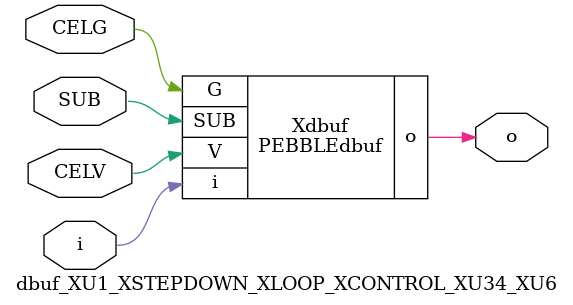
<source format=v>



module PEBBLEdbuf ( o, G, SUB, V, i );

  input V;
  input i;
  input G;
  output o;
  input SUB;
endmodule

//Celera Confidential Do Not Copy dbuf_XU1_XSTEPDOWN_XLOOP_XCONTROL_XU34_XU6
//Celera Confidential Symbol Generator
//Digital Buffer
module dbuf_XU1_XSTEPDOWN_XLOOP_XCONTROL_XU34_XU6 (CELV,CELG,i,o,SUB);
input CELV;
input CELG;
input i;
input SUB;
output o;

//Celera Confidential Do Not Copy dbuf
PEBBLEdbuf Xdbuf(
.V (CELV),
.i (i),
.o (o),
.SUB (SUB),
.G (CELG)
);
//,diesize,PEBBLEdbuf

//Celera Confidential Do Not Copy Module End
//Celera Schematic Generator
endmodule

</source>
